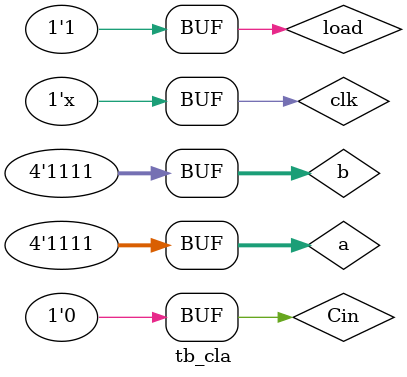
<source format=v>
`timescale 1ns / 1ps


module tb_cla;
reg clk;
reg load;
reg [3:0] a;
reg [3:0] b;
reg Cin;
wire [4:0] Q;

cla uut (
    .clk(clk),
    .load(load),
    .a(a),
    .b(b),
    .Cin(Cin),
    .Q(Q)
    );

    initial begin

    clk = 0;

    load = 0;
    a = 4'b0001;
    b = 4'b0101;
    Cin = 1'b0;
    load = 1;
    #10

    load = 0;
    a = 4'b0111;
    b = 4'b0111;
    Cin = 1'b0;
    load = 1;
    #10

    load = 0;
    a = 4'b1000;
    b = 4'b0111;
    Cin = 1'b1;
    load = 1;
    #10

    load = 0;
    a = 4'b1100;
    b = 4'b0100;
    Cin = 1'b0;
    load = 1;
    #10

    load = 0;
    a = 4'b1000;
    b = 4'b1000;
    Cin = 1'b1;
    load = 1;
    #10

    load = 0;
    a = 4'b1001;
    b = 4'b1010;
    Cin = 1'b1;
    load = 1;
    #10

    load = 0;
    a = 4'b1111;
    b = 4'b1111;
    Cin = 1'b0;
    load = 1;

    end

    always
    #5 clk = ~clk;

endmodule

</source>
